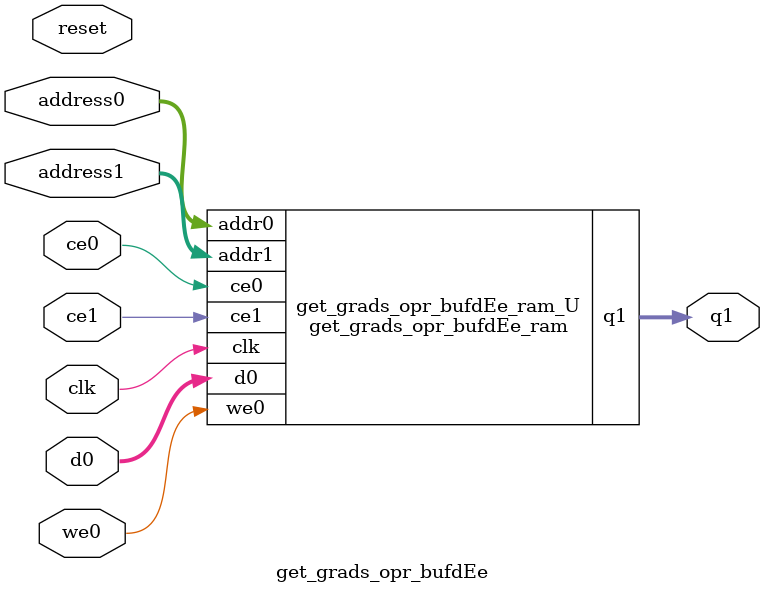
<source format=v>

`timescale 1 ns / 1 ps
module get_grads_opr_bufdEe_ram (addr0, ce0, d0, we0, addr1, ce1, q1,  clk);

parameter DWIDTH = 8;
parameter AWIDTH = 10;
parameter MEM_SIZE = 640;

input[AWIDTH-1:0] addr0;
input ce0;
input[DWIDTH-1:0] d0;
input we0;
input[AWIDTH-1:0] addr1;
input ce1;
output reg[DWIDTH-1:0] q1;
input clk;

(* ram_style = "block" *)reg [DWIDTH-1:0] ram[0:MEM_SIZE-1];




always @(posedge clk)  
begin 
    if (ce0) 
    begin
        if (we0) 
        begin 
            ram[addr0] <= d0; 
        end 
    end
end


always @(posedge clk)  
begin 
    if (ce1) 
    begin
            q1 <= ram[addr1];
    end
end


endmodule


`timescale 1 ns / 1 ps
module get_grads_opr_bufdEe(
    reset,
    clk,
    address0,
    ce0,
    we0,
    d0,
    address1,
    ce1,
    q1);

parameter DataWidth = 32'd8;
parameter AddressRange = 32'd640;
parameter AddressWidth = 32'd10;
input reset;
input clk;
input[AddressWidth - 1:0] address0;
input ce0;
input we0;
input[DataWidth - 1:0] d0;
input[AddressWidth - 1:0] address1;
input ce1;
output[DataWidth - 1:0] q1;



get_grads_opr_bufdEe_ram get_grads_opr_bufdEe_ram_U(
    .clk( clk ),
    .addr0( address0 ),
    .ce0( ce0 ),
    .d0( d0 ),
    .we0( we0 ),
    .addr1( address1 ),
    .ce1( ce1 ),
    .q1( q1 ));

endmodule


</source>
